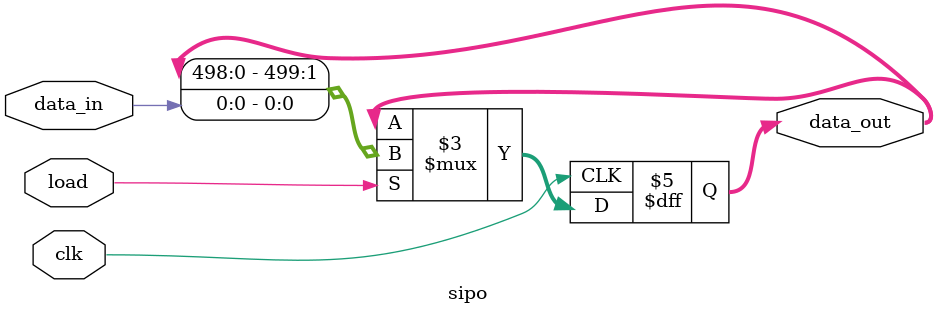
<source format=v>
`timescale 1ns / 1ps


// Disable shift register inferrence since this core is usually used for
// moving data from an input pin to an IP core
(* altera_attribute = "-name AUTO_SHIFT_REGISTER_RECOGNITION OFF" *)
(* shreg_extract = "no" *)
module sipo #(
    // Number of output bits
    parameter WIDTH = 500
)
(
    input                  clk,
    input                  load,
    input                  data_in,
    output reg [WIDTH-1:0] data_out
);
    // Check parameter value, though in most cases the tool will fail
    // elaboration and not get this far
    initial
    begin
        if (WIDTH < 1) begin
            $display("Illegal parameter value WIDTH=%d", WIDTH);
            $finish();
        end
    end

    // This is excessive code to handle a silly case, but it's hard to make
    // multiple tools happy!

    generate
        if (WIDTH == 1)
            always @(posedge clk) begin
                if(load)
                    data_out <= data_in;
            end
        else
            always @(posedge clk) begin
                if(load)
                    data_out <= {data_out[0 +: WIDTH-1], data_in};
            end
    endgenerate

endmodule

</source>
